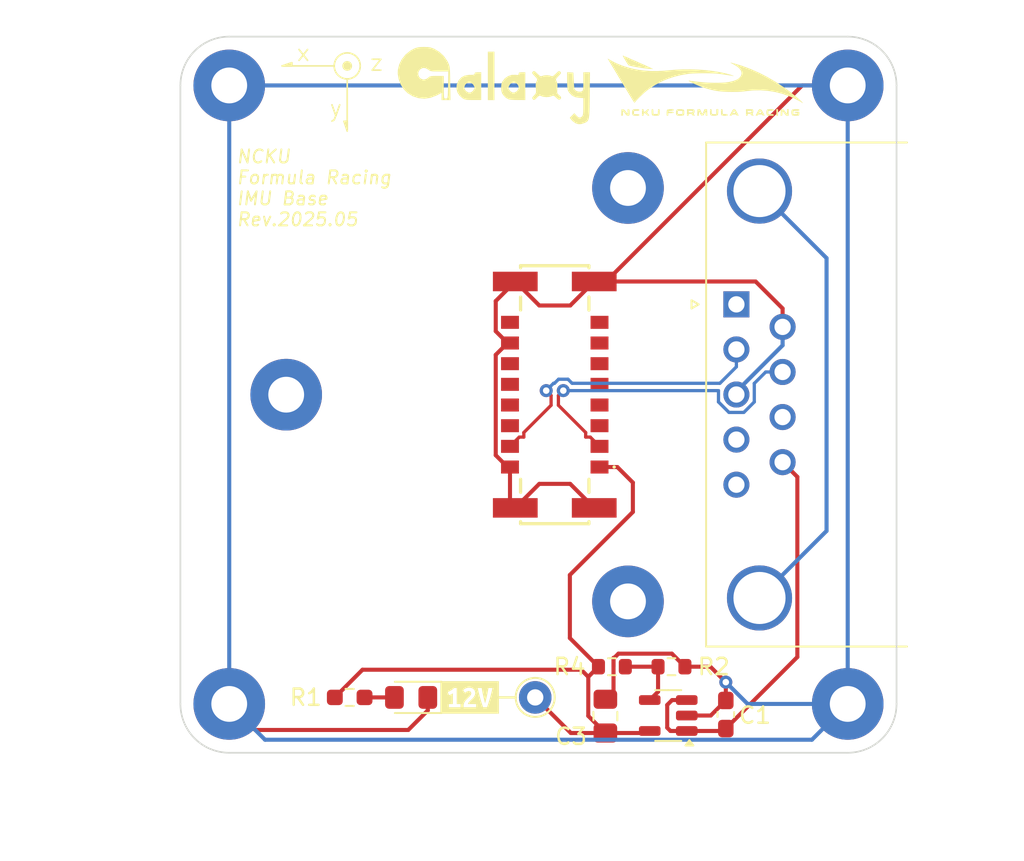
<source format=kicad_pcb>
(kicad_pcb (version 20221018) (generator pcbnew)
  (layers (0 "F.Cu" signal) (31 "B.Cu" signal) (34 "B.Paste" user) (35 "F.Paste" user) (36 "B.SilkS" user "B.Silkscreen") (37 "F.SilkS" user "F.Silkscreen") (38 "B.Mask" user) (39 "F.Mask" user) (44 "Edge.Cuts" user))
  (net 0 "")
  (net 1 "GND")
  (net 2 "VDC")
  (net 3 "+12V")
  (net 15 "Net-(D1-A)")
  (net 17 "unconnected-(J2-PAD-Pad0)")
  (net 18 "CAN_P")
  (net 21 "CAN_N")
  (net 22 "Net-(U1-ADJ)")
  (footprint "Resistor_SMD:R_0603_1608Metric" (layer "F.Cu") (at 99.51044 74.7125)
    (fp_text reference "R4" (at -2.6 0 -360) (layer "F.SilkS"))
    (fp_text value "866k")
    (pad "1" smd roundrect (at -0.825 0) (size 0.8 0.95) (layers "F.Cu" "F.Paste" "F.Mask") (net 3 "+12V"))
    (pad "2" smd roundrect (at 0.825 0) (size 0.8 0.95) (layers "F.Cu" "F.Paste" "F.Mask") (net 22 "Net-(U1-ADJ)"))
  )
  (footprint "Resistor_SMD:R_0603_1608Metric_Pad0.98x0.95mm_HandSolder" (layer "F.Cu") (at 83.4 76.6)
    (fp_text reference "R1" (at -2.7 0) (layer "F.SilkS"))
    (fp_text value "1k")
    (pad "1" smd roundrect (at -0.9125 0) (size 0.975 0.95) (layers "F.Cu" "F.Paste" "F.Mask") (net 3 "+12V"))
    (pad "2" smd roundrect (at 0.9125 0) (size 0.975 0.95) (layers "F.Cu" "F.Paste" "F.Mask") (net 15 "Net-(D1-A)"))
  )
  (footprint "MountingHole:MountingHole_2.2mm_M2_Pad" (layer "F.Cu") (at 75.999999 39)
    (fp_text reference "H7" hide)
    (fp_text value "MountingHole_Pad" hide)
    (pad "1" thru_hole circle (at 0 0) (size 4.4 4.4) (drill 2.2) (layers "*.Cu" "*.Mask") (net 1 "GND"))
  )
  (footprint "MountingHole:MountingHole_2.2mm_M2_Pad" (layer "F.Cu") (at 79.5 58 90)
    (fp_text reference "H1" hide)
    (fp_text value "MountingHole_Pad" hide)
    (pad "1" thru_hole circle (at 0 0 90) (size 4.4 4.4) (drill 2.2) (layers "*.Cu" "*.Mask"))
  )
  (footprint "MountingHole:MountingHole_2.2mm_M2_Pad" (layer "F.Cu") (at 75.999999 77)
    (fp_text reference "H4" hide)
    (fp_text value "MountingHole_Pad" hide)
    (pad "1" thru_hole circle (at 0 0) (size 4.4 4.4) (drill 2.2) (layers "*.Cu" "*.Mask") (net 1 "GND"))
  )
  (footprint "kibuzzard-679C6BCB" (layer "F.Cu") (at 90.8 76.6)
    (fp_text reference "kibuzzard-679C6BCB" hide)
    (fp_text value "G***" hide)
  )
  (footprint "Resistor_SMD:R_0603_1608Metric" (layer "F.Cu") (at 103.17294 74.7125 180)
    (fp_text reference "R2" (at -2.6 0 -360) (layer "F.SilkS"))
    (fp_text value "100k")
    (pad "1" smd roundrect (at -0.825 0 180) (size 0.8 0.95) (layers "F.Cu" "F.Paste" "F.Mask") (net 1 "GND"))
    (pad "2" smd roundrect (at 0.825 0 180) (size 0.8 0.95) (layers "F.Cu" "F.Paste" "F.Mask") (net 22 "Net-(U1-ADJ)"))
  )
  (footprint "Capacitor_SMD:C_0805_2012Metric_Pad1.18x1.45mm_HandSolder" (layer "F.Cu") (at 99.11044 77.75 90)
    (fp_text reference "C3" (at -1.25 -2.11044 -360) (layer "F.SilkS"))
    (fp_text value "10u")
    (pad "1" smd roundrect (at -1.0375 0 90) (size 1.175 1.45) (layers "F.Cu" "F.Paste" "F.Mask") (roundrect_rratio 0.2127659574) (net 3 "+12V"))
    (pad "2" smd roundrect (at 1.0375 0 90) (size 1.175 1.45) (layers "F.Cu" "F.Paste" "F.Mask") (roundrect_rratio 0.2127659574) (net 1 "GND"))
  )
  (footprint "TestPoint:TestPoint_THTPad_D2.0mm_Drill1.0mm" (layer "F.Cu") (at 94.8 76.6)
    (fp_text reference "TP1" hide)
    (fp_text value "TestPoint")
    (pad "1" thru_hole circle (at 0 0) (size 2 2) (drill 1) (layers "*.Cu" "*.Mask") (net 3 "+12V"))
  )
  (footprint "Connector_Dsub:DSUB-9_Female_Horizontal_P2.77x2.84mm_EdgePinOffset7.70mm_Housed_MountingHolesOffset9.12mm" (layer "F.Cu") (at 107.16 52.45 90)
    (fp_text reference "J2" hide)
    (fp_text value "DE9_Plug_MountingHoles" hide)
    (pad "0" thru_hole circle (at -18.04 1.42 90) (size 4 4) (drill 3.2) (layers "*.Cu" "*.Mask") (net 17 "unconnected-(J2-PAD-Pad0)"))
    (pad "0" thru_hole circle (at 6.96 1.42 90) (size 4 4) (drill 3.2) (layers "*.Cu" "*.Mask") (net 17 "unconnected-(J2-PAD-Pad0)"))
    (pad "1" thru_hole rect (at 0 0 90) (size 1.6 1.6) (drill 1) (layers "*.Cu" "*.Mask"))
    (pad "2" thru_hole circle (at -2.77 0 90) (size 1.6 1.6) (drill 1) (layers "*.Cu" "*.Mask") (net 21 "CAN_N"))
    (pad "3" thru_hole circle (at -5.54 0 90) (size 1.6 1.6) (drill 1) (layers "*.Cu" "*.Mask") (net 1 "GND"))
    (pad "4" thru_hole circle (at -8.31 0 90) (size 1.6 1.6) (drill 1) (layers "*.Cu" "*.Mask"))
    (pad "5" thru_hole circle (at -11.08 0 90) (size 1.6 1.6) (drill 1) (layers "*.Cu" "*.Mask"))
    (pad "6" thru_hole circle (at -1.385 2.84 90) (size 1.6 1.6) (drill 1) (layers "*.Cu" "*.Mask") (net 1 "GND"))
    (pad "7" thru_hole circle (at -4.155 2.84 90) (size 1.6 1.6) (drill 1) (layers "*.Cu" "*.Mask") (net 18 "CAN_P"))
    (pad "8" thru_hole circle (at -6.925 2.84 90) (size 1.6 1.6) (drill 1) (layers "*.Cu" "*.Mask"))
    (pad "9" thru_hole circle (at -9.695 2.84 90) (size 1.6 1.6) (drill 1) (layers "*.Cu" "*.Mask") (net 2 "VDC"))
  )
  (footprint "MountingHole:MountingHole_2.2mm_M2_Pad" (layer "F.Cu") (at 100.5 45.3 90)
    (fp_text reference "H3" hide)
    (fp_text value "MountingHole_Pad" hide)
    (pad "1" thru_hole circle (at 0 0 90) (size 4.4 4.4) (drill 2.2) (layers "*.Cu" "*.Mask"))
  )
  (footprint "MountingHole:MountingHole_2.2mm_M2_Pad" (layer "F.Cu") (at 114 77)
    (fp_text reference "H5" hide)
    (fp_text value "MountingHole_Pad" hide)
    (pad "1" thru_hole circle (at 0 0) (size 4.4 4.4) (drill 2.2) (layers "*.Cu" "*.Mask") (net 1 "GND"))
  )
  (footprint "MountingHole:MountingHole_2.2mm_M2_Pad" (layer "F.Cu") (at 100.5 70.7 90)
    (fp_text reference "H2" hide)
    (fp_text value "MountingHole_Pad" hide)
    (pad "1" thru_hole circle (at 0 0 90) (size 4.4 4.4) (drill 2.2) (layers "*.Cu" "*.Mask"))
  )
  (footprint "1374028:1374028" (layer "F.Cu") (at 96 58 90)
    (fp_text reference "J1" hide)
    (fp_text value "1374028" hide)
    (pad "" np_thru_hole circle (at -6.655 0 90) (size 1.6 1.6) (drill 1.6) (layers "*.Cu" "*.Mask"))
    (pad "" np_thru_hole circle (at 6.655 0 90) (size 1.6 1.6) (drill 1.6) (layers "*.Cu" "*.Mask"))
    (pad "A1" smd rect (at -4.445 2.75 90) (size 0.8 1.1) (layers "F.Cu" "F.Paste" "F.Mask") (net 3 "+12V"))
    (pad "A2" smd rect (at -3.175 2.75 90) (size 0.8 1.1) (layers "F.Cu" "F.Paste" "F.Mask") (net 18 "CAN_P"))
    (pad "A3" smd rect (at -1.905 2.75 90) (size 0.8 1.1) (layers "F.Cu" "F.Paste" "F.Mask"))
    (pad "A4" smd rect (at -0.635 2.75 90) (size 0.8 1.1) (layers "F.Cu" "F.Paste" "F.Mask"))
    (pad "A5" smd rect (at 0.635 2.75 90) (size 0.8 1.1) (layers "F.Cu" "F.Paste" "F.Mask"))
    (pad "A6" smd rect (at 1.905 2.75 90) (size 0.8 1.1) (layers "F.Cu" "F.Paste" "F.Mask"))
    (pad "A7" smd rect (at 3.175 2.75 90) (size 0.8 1.1) (layers "F.Cu" "F.Paste" "F.Mask"))
    (pad "A8" smd rect (at 4.445 2.75 90) (size 0.8 1.1) (layers "F.Cu" "F.Paste" "F.Mask"))
    (pad "B1" smd rect (at -4.445 -2.75 90) (size 0.8 1.1) (layers "F.Cu" "F.Paste" "F.Mask") (net 1 "GND"))
    (pad "B2" smd rect (at -3.175 -2.75 90) (size 0.8 1.1) (layers "F.Cu" "F.Paste" "F.Mask") (net 21 "CAN_N"))
    (pad "B3" smd rect (at -1.905 -2.75 90) (size 0.8 1.1) (layers "F.Cu" "F.Paste" "F.Mask"))
    (pad "B4" smd rect (at -0.635 -2.75 90) (size 0.8 1.1) (layers "F.Cu" "F.Paste" "F.Mask"))
    (pad "B5" smd rect (at 0.635 -2.75 90) (size 0.8 1.1) (layers "F.Cu" "F.Paste" "F.Mask"))
    (pad "B6" smd rect (at 1.905 -2.75 90) (size 0.8 1.1) (layers "F.Cu" "F.Paste" "F.Mask"))
    (pad "B7" smd rect (at 3.175 -2.75 90) (size 0.8 1.1) (layers "F.Cu" "F.Paste" "F.Mask") (net 1 "GND"))
    (pad "B8" smd rect (at 4.445 -2.75 90) (size 0.8 1.1) (layers "F.Cu" "F.Paste" "F.Mask"))
    (pad "MP1" smd rect (at -6.955 -2.425 90) (size 1.2 2.75) (layers "F.Cu" "F.Paste" "F.Mask") (net 1 "GND"))
    (pad "MP2" smd rect (at -6.955 2.425 90) (size 1.2 2.75) (layers "F.Cu" "F.Paste" "F.Mask") (net 1 "GND"))
    (pad "MP3" smd rect (at 6.955 2.425 90) (size 1.2 2.75) (layers "F.Cu" "F.Paste" "F.Mask") (net 1 "GND"))
    (pad "MP4" smd rect (at 6.955 -2.425 90) (size 1.2 2.75) (layers "F.Cu" "F.Paste" "F.Mask") (net 1 "GND"))
  )
  (footprint "LOGO" (layer "F.Cu") (at 105.25 39)
    (fp_text reference "G***" hide)
    (fp_text value "LOGO" hide)
  )
  (footprint "Capacitor_SMD:C_0603_1608Metric_Pad1.08x0.95mm_HandSolder" (layer "F.Cu") (at 106.51044 77.65 90)
    (fp_text reference "C1" (at -0.05 1.78956 -360) (layer "F.SilkS"))
    (fp_text value "1u")
    (pad "1" smd roundrect (at -0.8625 0 90) (size 1.075 0.95) (layers "F.Cu" "F.Paste" "F.Mask") (net 2 "VDC"))
    (pad "2" smd roundrect (at 0.8625 0 90) (size 1.075 0.95) (layers "F.Cu" "F.Paste" "F.Mask") (net 1 "GND"))
  )
  (footprint "Package_TO_SOT_SMD:SOT-23-5" (layer "F.Cu") (at 102.97294 77.7125 180)
    (fp_text reference "U1" hide)
    (fp_text value "AP2204K-ADJ")
    (pad "1" smd roundrect (at -1.1375 -0.95 180) (size 1.325 0.6) (layers "F.Cu" "F.Paste" "F.Mask") (net 2 "VDC"))
    (pad "2" smd roundrect (at -1.1375 0 180) (size 1.325 0.6) (layers "F.Cu" "F.Paste" "F.Mask") (net 1 "GND"))
    (pad "3" smd roundrect (at -1.1375 0.95 180) (size 1.325 0.6) (layers "F.Cu" "F.Paste" "F.Mask") (net 2 "VDC"))
    (pad "4" smd roundrect (at 1.1375 0.95 180) (size 1.325 0.6) (layers "F.Cu" "F.Paste" "F.Mask") (net 22 "Net-(U1-ADJ)"))
    (pad "5" smd roundrect (at 1.1375 -0.95 180) (size 1.325 0.6) (layers "F.Cu" "F.Paste" "F.Mask") (net 3 "+12V"))
  )
  (footprint "LOGO" (layer "F.Cu") (at 92.25 39)
    (fp_text reference "G***" hide)
    (fp_text value "LOGO" hide)
  )
  (footprint "MountingHole:MountingHole_2.2mm_M2_Pad" (layer "F.Cu") (at 114 39)
    (fp_text reference "H6" hide)
    (fp_text value "MountingHole_Pad" hide)
    (pad "1" thru_hole circle (at 0 0) (size 4.4 4.4) (drill 2.2) (layers "*.Cu" "*.Mask") (net 1 "GND"))
  )
  (footprint "LED_SMD:LED_0805_2012Metric_Pad1.15x1.40mm_HandSolder" (layer "F.Cu") (at 87.175 76.6 180)
    (fp_text reference "D1" hide)
    (fp_text value "LED")
    (pad "1" smd roundrect (at -1.025 0 180) (size 1.15 1.4) (layers "F.Cu" "F.Paste" "F.Mask") (roundrect_rratio 0.2173913043) (net 1 "GND"))
    (pad "2" smd roundrect (at 1.025 0 180) (size 1.15 1.4) (layers "F.Cu" "F.Paste" "F.Mask") (roundrect_rratio 0.2173913043) (net 15 "Net-(D1-A)"))
  )
  (gr_line (start 82.45 37.8) (end 79.25 37.8) (stroke (width 0.1)) (layer "F.SilkS"))
  (gr_poly (pts (xy 79.25 37.8) (xy 79.85 37.8) (xy 79.85 37.6)) (stroke (width 0.1)) (fill solid) (layer "F.SilkS"))
  (gr_circle (center 83.25 37.8) (end 83.5 37.8) (stroke (width 0.1)) (fill solid) (layer "F.SilkS"))
  (gr_circle (center 83.25 37.8) (end 84.05 37.8) (stroke (width 0.1)) (fill none) (layer "F.SilkS"))
  (gr_line (start 93.6 76.6) (end 92.4 76.6) (stroke (width 0.15)) (layer "F.SilkS"))
  (gr_line (start 83.25 38.6) (end 83.25 41.8) (stroke (width 0.1)) (layer "F.SilkS"))
  (gr_poly (pts (xy 83.25 41.8) (xy 83.25 41.2) (xy 83.05 41.2)) (stroke (width 0.1)) (fill solid) (layer "F.SilkS"))
  (gr_arc (start 114 36) (mid 116.12132 36.87868) (end 117 39) (stroke (width 0.1)) (layer "Edge.Cuts"))
  (gr_arc (start 72.999999 39) (mid 73.878679 36.87868) (end 75.999999 36) (stroke (width 0.1)) (layer "Edge.Cuts"))
  (gr_arc (start 75.999998 80.000001) (mid 73.878678 79.121321) (end 72.999998 77.000001) (stroke (width 0.1)) (layer "Edge.Cuts"))
  (gr_line (start 117.000001 39) (end 117.000001 77.000001) (stroke (width 0.1)) (layer "Edge.Cuts"))
  (gr_line (start 72.999998 77.000001) (end 72.999998 39) (stroke (width 0.1)) (layer "Edge.Cuts"))
  (gr_line (start 114 80.000001) (end 76 80.000001) (stroke (width 0.1)) (layer "Edge.Cuts"))
  (gr_arc (start 117.000001 77.000001) (mid 116.121321 79.121321) (end 114.000001 80.000001) (stroke (width 0.1)) (layer "Edge.Cuts"))
  (gr_line (start 76 36) (end 114 36) (stroke (width 0.1)) (layer "Edge.Cuts"))
  (gr_text "z" (at 85.05 37.6) (layer "F.SilkS") (effects (font (size 1 1) (thickness 0.1))))
  (gr_text "x" (at 80.55 37) (layer "F.SilkS") (effects (font (size 1 1) (thickness 0.1))))
  (gr_text "NCKU\nFormula Racing\nIMU Base\nRev.2025.05" (at 76.4 47.7) (layer "F.SilkS") (effects (font (size 0.8 0.8) (thickness 0.12) italic) (justify left bottom)))
  (gr_text "y" (at 82.55 40.4) (layer "F.SilkS") (effects (font (size 1 1) (thickness 0.1))))
  (segment (start 111.2 39) (end 114 39) (width 0.25) (layer "F.Cu") (net 1))
  (segment (start 96.95 52.52) (end 98.425 51.045) (width 0.25) (layer "F.Cu") (net 1))
  (segment (start 95.05 63.48) (end 96.95 63.48) (width 0.25) (layer "F.Cu") (net 1))
  (segment (start 92.375 52.245) (end 93.575 51.045) (width 0.25) (layer "F.Cu") (net 1))
  (segment (start 99.11044 76.7125) (end 99.61044 76.2125) (width 0.25) (layer "F.Cu") (net 1))
  (segment (start 103.99794 74.7125) (end 105.56044 74.7125) (width 0.25) (layer "F.Cu") (net 1))
  (segment (start 95.05 52.52) (end 96.95 52.52) (width 0.25) (layer "F.Cu") (net 1))
  (segment (start 110 53.835) (end 110 52.70363) (width 0.25) (layer "F.Cu") (net 1))
  (segment (start 92.375 55.55) (end 92.375 61.72) (width 0.25) (layer "F.Cu") (net 1))
  (segment (start 92.375 61.72) (end 93.1 62.445) (width 0.25) (layer "F.Cu") (net 1))
  (segment (start 93.25 54.825) (end 93.1 54.825) (width 0.25) (layer "F.Cu") (net 1))
  (segment (start 93.575 64.955) (end 95.05 63.48) (width 0.25) (layer "F.Cu") (net 1))
  (segment (start 105.58544 77.7125) (end 106.51044 76.7875) (width 0.25) (layer "F.Cu") (net 1))
  (segment (start 96.95 63.48) (end 98.425 64.955) (width 0.25) (layer "F.Cu") (net 1))
  (segment (start 75.999999 77) (end 77.599999 78.6) (width 0.25) (layer "F.Cu") (net 1))
  (segment (start 87 78.6) (end 88.2 77.4) (width 0.25) (layer "F.Cu") (net 1))
  (segment (start 93.1 62.445) (end 93.25 62.445) (width 0.25) (layer "F.Cu") (net 1))
  (segment (start 99.155 51.045) (end 111.2 39) (width 0.25) (layer "F.Cu") (net 1))
  (segment (start 93.1 54.825) (end 92.375 54.1) (width 0.25) (layer "F.Cu") (net 1))
  (segment (start 98.425 51.045) (end 99.155 51.045) (width 0.25) (layer "F.Cu") (net 1))
  (segment (start 93.575 51.045) (end 95.05 52.52) (width 0.25) (layer "F.Cu") (net 1))
  (segment (start 103.99794 74.7125) (end 103.19794 73.9125) (width 0.25) (layer "F.Cu") (net 1))
  (segment (start 104.11044 77.7125) (end 105.58544 77.7125) (width 0.25) (layer "F.Cu") (net 1))
  (segment (start 92.375 54.1) (end 92.375 52.245) (width 0.25) (layer "F.Cu") (net 1))
  (segment (start 99.61044 76.2125) (end 99.61044 74.7) (width 0.25) (layer "F.Cu") (net 1))
  (segment (start 77.599999 78.6) (end 87 78.6) (width 0.25) (layer "F.Cu") (net 1))
  (segment (start 110 52.70363) (end 108.34137 51.045) (width 0.25) (layer "F.Cu") (net 1))
  (segment (start 105.56044 74.7125) (end 106.51044 75.6625) (width 0.25) (layer "F.Cu") (net 1))
  (segment (start 93.25 62.445) (end 93.25 64.63) (width 0.25) (layer "F.Cu") (net 1))
  (segment (start 99.912436 73.9125) (end 99.61044 74.214496) (width 0.25) (layer "F.Cu") (net 1))
  (segment (start 93.1 54.825) (end 92.375 55.55) (width 0.25) (layer "F.Cu") (net 1))
  (segment (start 99.61044 74.214496) (end 99.61044 74.7) (width 0.25) (layer "F.Cu") (net 1))
  (segment (start 93.25 64.63) (end 93.575 64.955) (width 0.25) (layer "F.Cu") (net 1))
  (segment (start 106.51044 76.7875) (end 106.51044 75.6625) (width 0.25) (layer "F.Cu") (net 1))
  (segment (start 88.2 77.4) (end 88.2 76.6) (width 0.25) (layer "F.Cu") (net 1))
  (segment (start 103.19794 73.9125) (end 99.912436 73.9125) (width 0.25) (layer "F.Cu") (net 1))
  (segment (start 99.61044 74.7) (end 99.61044 74.1625) (width 0.25) (layer "F.Cu") (net 1))
  (segment (start 108.34137 51.045) (end 98.425 51.045) (width 0.25) (layer "F.Cu") (net 1))
  (via (at 106.51044 75.6625) (size 0.8) (drill 0.4) (layers "F.Cu" "B.Cu") (net 1))
  (segment (start 75.999999 77) (end 75.999999 39) (width 0.25) (layer "B.Cu") (net 1))
  (segment (start 110 54.96637) (end 107.16 57.80637) (width 0.25) (layer "B.Cu") (net 1))
  (segment (start 114 39) (end 114 77) (width 0.25) (layer "B.Cu") (net 1))
  (segment (start 107.84794 77) (end 114 77) (width 0.25) (layer "B.Cu") (net 1))
  (segment (start 107.16 57.80637) (end 107.16 57.99) (width 0.25) (layer "B.Cu") (net 1))
  (segment (start 110 53.835) (end 110 54.96637) (width 0.25) (layer "B.Cu") (net 1))
  (segment (start 106.51044 75.6625) (end 107.84794 77) (width 0.25) (layer "B.Cu") (net 1))
  (segment (start 75.999999 39) (end 114 39) (width 0.25) (layer "B.Cu") (net 1))
  (segment (start 111.800001 79.199999) (end 78.199998 79.199999) (width 0.25) (layer "B.Cu") (net 1))
  (segment (start 78.199998 79.199999) (end 75.999999 77) (width 0.25) (layer "B.Cu") (net 1))
  (segment (start 114 77) (end 111.800001 79.199999) (width 0.25) (layer "B.Cu") (net 1))
  (segment (start 104.11044 78.6625) (end 106.36044 78.6625) (width 0.25) (layer "F.Cu") (net 2))
  (segment (start 103.11044 78.6625) (end 104.11044 78.6625) (width 0.25) (layer "F.Cu") (net 2))
  (segment (start 102.91044 78.4625) (end 103.11044 78.6625) (width 0.25) (layer "F.Cu") (net 2))
  (segment (start 110.905 63.05) (end 110.905 74.11794) (width 0.25) (layer "F.Cu") (net 2))
  (segment (start 106.36044 78.6625) (end 106.51044 78.5125) (width 0.25) (layer "F.Cu") (net 2))
  (segment (start 110 62.145) (end 110.905 63.05) (width 0.25) (layer "F.Cu") (net 2))
  (segment (start 104.11044 76.7625) (end 103.21044 76.7625) (width 0.25) (layer "F.Cu") (net 2))
  (segment (start 102.91044 77.0625) (end 102.91044 78.4625) (width 0.25) (layer "F.Cu") (net 2))
  (segment (start 103.21044 76.7625) (end 102.91044 77.0625) (width 0.25) (layer "F.Cu") (net 2))
  (segment (start 110.905 74.11794) (end 106.51044 78.5125) (width 0.25) (layer "F.Cu") (net 2))
  (segment (start 98.06044 75.3375) (end 97.62294 74.9) (width 0.25) (layer "F.Cu") (net 3))
  (segment (start 100.8 65.205) (end 100.8 63.4) (width 0.25) (layer "F.Cu") (net 3))
  (segment (start 98.06044 77.7375) (end 98.06044 75.3375) (width 0.25) (layer "F.Cu") (net 3))
  (segment (start 100.8 63.4) (end 99.845 62.445) (width 0.25) (layer "F.Cu") (net 3))
  (segment (start 99.11044 78.7875) (end 101.71044 78.7875) (width 0.25) (layer "F.Cu") (net 3))
  (segment (start 98.68544 74.7125) (end 96.92911 72.95617) (width 0.25) (layer "F.Cu") (net 3))
  (segment (start 98.06044 75.3375) (end 98.68544 74.7125) (width 0.25) (layer "F.Cu") (net 3))
  (segment (start 99.11044 78.7875) (end 98.06044 77.7375) (width 0.25) (layer "F.Cu") (net 3))
  (segment (start 84.1875 74.9) (end 82.4875 76.6) (width 0.25) (layer "F.Cu") (net 3))
  (segment (start 96.92911 72.95617) (end 96.92911 69.07589) (width 0.25) (layer "F.Cu") (net 3))
  (segment (start 96.9875 78.7875) (end 94.8 76.6) (width 0.25) (layer "F.Cu") (net 3))
  (segment (start 97.62294 74.9) (end 84.1875 74.9) (width 0.25) (layer "F.Cu") (net 3))
  (segment (start 101.71044 78.7875) (end 101.83544 78.6625) (width 0.25) (layer "F.Cu") (net 3))
  (segment (start 99.11044 78.7875) (end 96.9875 78.7875) (width 0.25) (layer "F.Cu") (net 3))
  (segment (start 99.845 62.445) (end 98.75 62.445) (width 0.25) (layer "F.Cu") (net 3))
  (segment (start 96.92911 69.07589) (end 100.8 65.205) (width 0.25) (layer "F.Cu") (net 3))
  (segment (start 98.79794 79.1) (end 99.11044 78.7875) (width 0.25) (layer "F.Cu") (net 3))
  (segment (start 84.3125 76.6) (end 86.15 76.6) (width 0.25) (layer "F.Cu") (net 15))
  (segment (start 112.7 49.61) (end 112.7 66.37) (width 0.25) (layer "B.Cu") (net 17))
  (segment (start 108.58 45.49) (end 112.7 49.61) (width 0.25) (layer "B.Cu") (net 17))
  (segment (start 112.7 66.37) (end 108.58 70.49) (width 0.25) (layer "B.Cu") (net 17))
  (segment (start 96.225001 58.650001) (end 96.225001 58.049999) (width 0.2) (layer "F.Cu") (net 18))
  (segment (start 97.9 60.605) (end 97.9 60.325) (width 0.2) (layer "F.Cu") (net 18))
  (segment (start 98.18 60.605) (end 97.9 60.605) (width 0.2) (layer "F.Cu") (net 18))
  (segment (start 97.9 60.325) (end 96.225001 58.650001) (width 0.2) (layer "F.Cu") (net 18))
  (segment (start 98.75 61.175) (end 98.18 60.605) (width 0.2) (layer "F.Cu") (net 18))
  (segment (start 96.225001 58.049999) (end 96.525 57.75) (width 0.2) (layer "F.Cu") (net 18))
  (via (at 96.525 57.75) (size 0.8) (drill 0.4) (layers "F.Cu" "B.Cu") (net 18))
  (segment (start 106.06 57.75) (end 106.06 58.445635) (width 0.2) (layer "B.Cu") (net 18))
  (segment (start 108.26 57.30741) (end 108.96241 56.605) (width 0.2) (layer "B.Cu") (net 18))
  (segment (start 96.525 57.75) (end 106.06 57.75) (width 0.2) (layer "B.Cu") (net 18))
  (segment (start 106.704365 59.09) (end 107.615635 59.09) (width 0.2) (layer "B.Cu") (net 18))
  (segment (start 106.06 58.445635) (end 106.704365 59.09) (width 0.2) (layer "B.Cu") (net 18))
  (segment (start 107.615635 59.09) (end 108.26 58.445635) (width 0.2) (layer "B.Cu") (net 18))
  (segment (start 108.96241 56.605) (end 110 56.605) (width 0.2) (layer "B.Cu") (net 18))
  (segment (start 108.26 58.445635) (end 108.26 57.30741) (width 0.2) (layer "B.Cu") (net 18))
  (segment (start 94.1 60.325) (end 95.774999 58.650001) (width 0.2) (layer "F.Cu") (net 21))
  (segment (start 95.774999 58.049999) (end 95.475 57.75) (width 0.2) (layer "F.Cu") (net 21))
  (segment (start 95.774999 58.650001) (end 95.774999 58.049999) (width 0.2) (layer "F.Cu") (net 21))
  (segment (start 93.82 60.605) (end 94.1 60.605) (width 0.2) (layer "F.Cu") (net 21))
  (segment (start 94.1 60.605) (end 94.1 60.325) (width 0.2) (layer "F.Cu") (net 21))
  (segment (start 93.25 61.175) (end 93.82 60.605) (width 0.2) (layer "F.Cu") (net 21))
  (via (at 95.475 57.75) (size 0.8) (drill 0.4) (layers "F.Cu" "B.Cu") (net 21))
  (segment (start 106.146801 57.3) (end 107.16 56.286801) (width 0.2) (layer "B.Cu") (net 21))
  (segment (start 95.98505 57.3) (end 96.23505 57.05) (width 0.2) (layer "B.Cu") (net 21))
  (segment (start 107.16 56.286801) (end 107.16 55.22) (width 0.2) (layer "B.Cu") (net 21))
  (segment (start 95.475 57.75) (end 95.925 57.3) (width 0.2) (layer "B.Cu") (net 21))
  (segment (start 96.23505 57.05) (end 96.81495 57.05) (width 0.2) (layer "B.Cu") (net 21))
  (segment (start 96.81495 57.05) (end 97.06495 57.3) (width 0.2) (layer "B.Cu") (net 21))
  (segment (start 97.06495 57.3) (end 106.146801 57.3) (width 0.2) (layer "B.Cu") (net 21))
  (segment (start 95.925 57.3) (end 95.98505 57.3) (width 0.2) (layer "B.Cu") (net 21))
  (segment (start 102.34794 74.7125) (end 102.34794 76.25) (width 0.25) (layer "F.Cu") (net 22))
  (segment (start 100.33544 74.7125) (end 102.34794 74.7125) (width 0.25) (layer "F.Cu") (net 22))
  (segment (start 102.34794 76.25) (end 101.83544 76.7625) (width 0.25) (layer "F.Cu") (net 22))
)
</source>
